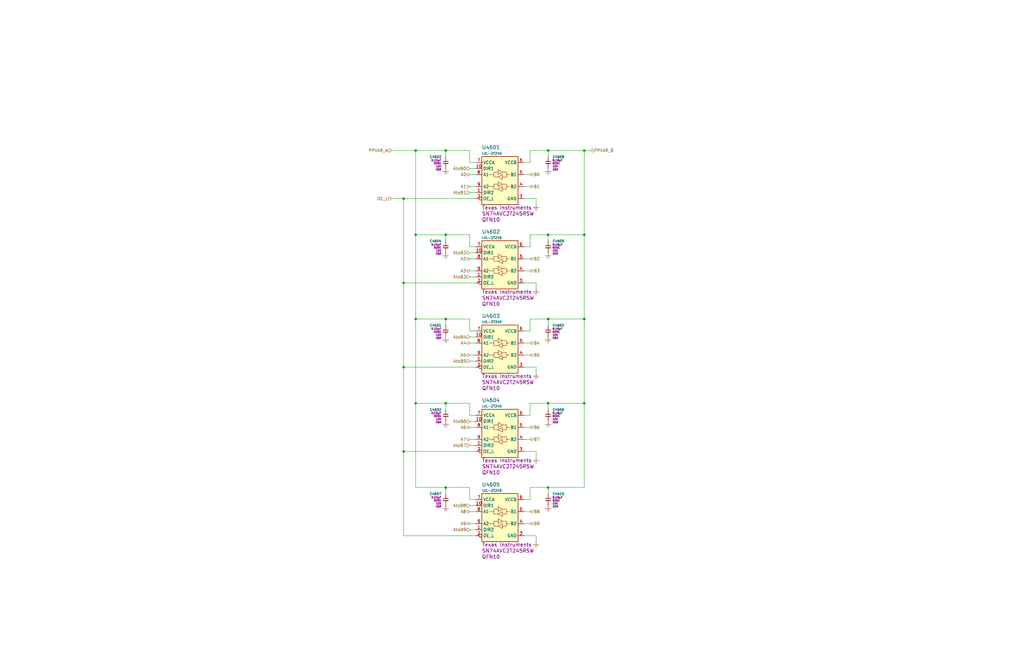
<source format=kicad_sch>
(kicad_sch (version 20231120) (generator "eeschema") (generator_version "8.0")
  (paper "B")
  (title_block (title "${PROJ}") (rev "${REV}") (company "${RPN}") (comment 1 "LVL Shifter"))
  (lib_symbols
    (symbol "Capacitors, ceramic, Murata:CCM-610AA" (pin_numbers hide) (pin_names (offset 0) hide)
      (property "Reference" "C" (at 1.27 2.54 0))
      (property "val" "0.10µF" (at 1.27 1.27 0))
      (property "pkg" "0201" (at 1.27 0 0))
      (property "volt" "10V" (at 1.27 -1.27 0))
      (property "type" "X5R" (at 1.27 -2.54 0))
      (symbol "CCM-610AA_1_1"
        (polyline (pts (xy -1.016 -0.423) (xy 1.016 -0.423)) (stroke (width 0.3302)))
        (polyline (pts (xy -1.016 0.423) (xy 1.016 0.423)) (stroke (width 0.3048)))
        (pin passive line (at 0 2.54 270) (length 2.032) (name "~") (number "1"))
        (pin passive line (at 0 -2.54 90) (length 2.032) (name "~") (number "2"))
      )
    )
    (symbol "Power:GND" (power) (pin_names (offset 0)) (in_bom no) (on_board no)
      (symbol "GND_0_1"
        (polyline (pts (xy -0.635 -1.905) (xy 0.635 -1.905)))
        (polyline (pts (xy -0.127 -2.54) (xy 0.127 -2.54)))
        (polyline (pts (xy 0 -1.27) (xy 0 0)))
        (polyline (pts (xy 1.27 -1.27) (xy -1.27 -1.27)))
      )
      (symbol "GND_1_1"
        (pin power_in line (at 0 0 270) (length 0) hide (name "GND") (number "1"))
      )
    )
    (symbol "Translation:LVL-2T245"
      (property "Reference" "U" (at -7.62 10.16 0))
      (property "Value" "LVL-2T245" (at 7.62 10.16 0))
      (property "mfr" "Texas Instruments" (at -7.62 -10.16 0))
      (property "mpn" "SN74AVC2T245RSW" (at -7.62 -12.7 0))
      (property "pkg" "QFN10" (at -7.62 -15.24 0))
      (symbol "LVL-2T245_0_1"
        (rectangle (start -7.62 10.16) (end 7.62 -10.16) (stroke (width 0.254)) (fill (type background)))
        (polyline (pts (xy -2.54 2.54) (xy -2.54 3.556) (xy -0.762 3.556)))
        (polyline (pts (xy 2.794 2.54) (xy 2.794 1.524) (xy 1.016 1.524)))
        (polyline (pts (xy -0.762 1.524) (xy -2.54 1.524) (xy -2.54 2.54) (xy -4.572 2.54)))
        (polyline (pts (xy -0.762 2.54) (xy -0.762 4.572) (xy 1.016 3.556) (xy -0.762 2.54)))
        (polyline (pts (xy 1.016 3.556) (xy 2.794 3.556) (xy 2.794 2.54) (xy 4.064 2.54)))
        (polyline (pts (xy 1.016 2.54) (xy 1.016 0.762) (xy 1.016 0.508) (xy -0.762 1.524) (xy 1.016 2.54)))
      )
      (symbol "LVL-2T245_1_1"
        (polyline (pts (xy -2.54 -2.54) (xy -2.54 -1.524) (xy -0.762 -1.524)))
        (polyline (pts (xy 2.794 -2.54) (xy 2.794 -3.556) (xy 1.016 -3.556)))
        (polyline (pts (xy -0.762 -3.556) (xy -2.54 -3.556) (xy -2.54 -2.54) (xy -4.572 -2.54)))
        (polyline (pts (xy -0.762 -2.54) (xy -0.762 -0.508) (xy 1.016 -1.524) (xy -0.762 -2.54)))
        (polyline (pts (xy 1.016 -1.524) (xy 2.794 -1.524) (xy 2.794 -2.54) (xy 4.064 -2.54)))
        (polyline (pts (xy 1.016 -2.54) (xy 1.016 -4.318) (xy 1.016 -4.572) (xy -0.762 -3.556) (xy 1.016 -2.54)))
        (pin input line (at -10.16 -5.08 0) (length 2.54) (name "DIR2") (number "1"))
        (pin input line (at -10.16 5.08 0) (length 2.54) (name "DIR1") (number "10"))
        (pin input inverted (at -10.16 -7.62 0) (length 2.54) (name "OE_L") (number "2"))
        (pin power_in line (at 10.16 -7.62 180) (length 2.54) (name "GND") (number "3"))
        (pin bidirectional line (at 10.16 -2.54 180) (length 2.54) (name "B2") (number "4"))
        (pin bidirectional line (at 10.16 2.54 180) (length 2.54) (name "B1") (number "5"))
        (pin power_in line (at 10.16 7.62 180) (length 2.54) (name "VCCB") (number "6"))
        (pin power_in line (at -10.16 7.62 0) (length 2.54) (name "VCCA") (number "7"))
        (pin bidirectional line (at -10.16 2.54 0) (length 2.54) (name "A1") (number "8"))
        (pin bidirectional line (at -10.16 -2.54 0) (length 2.54) (name "A2") (number "9"))
      )
    )
  )
  (junction (at 175.26 170.18))
  (junction (at 187.96 99.06))
  (junction (at 175.26 134.62))
  (junction (at 170.18 83.82))
  (junction (at 246.38 63.5))
  (junction (at 231.14 63.5))
  (junction (at 231.14 170.18))
  (junction (at 187.96 134.62))
  (junction (at 170.18 154.94))
  (junction (at 175.26 63.5))
  (junction (at 246.38 170.18))
  (junction (at 231.14 205.74))
  (junction (at 170.18 190.5))
  (junction (at 170.18 119.38))
  (junction (at 246.38 134.62))
  (junction (at 187.96 205.74))
  (junction (at 246.38 99.06))
  (junction (at 231.14 134.62))
  (junction (at 187.96 170.18))
  (junction (at 175.26 99.06))
  (junction (at 231.14 99.06))
  (junction (at 187.96 63.5))
  (wire (pts (xy 200.66 175.26) (xy 198.12 175.26)))
  (wire (pts (xy 187.96 205.74) (xy 187.96 208.28)))
  (wire (pts (xy 231.14 170.18) (xy 246.38 170.18)))
  (wire (pts (xy 223.52 63.5) (xy 223.52 68.58)))
  (wire (pts (xy 198.12 104.14) (xy 198.12 99.06)))
  (wire (pts (xy 200.66 139.7) (xy 198.12 139.7)))
  (wire (pts (xy 175.26 134.62) (xy 175.26 170.18)))
  (wire (pts (xy 231.14 99.06) (xy 246.38 99.06)))
  (wire (pts (xy 170.18 83.82) (xy 200.66 83.82)))
  (wire (pts (xy 223.52 134.62) (xy 223.52 139.7)))
  (wire (pts (xy 226.06 119.38) (xy 226.06 121.92)))
  (wire (pts (xy 198.12 210.82) (xy 198.12 205.74)))
  (wire (pts (xy 231.14 134.62) (xy 246.38 134.62)))
  (wire (pts (xy 187.96 170.18) (xy 198.12 170.18)))
  (wire (pts (xy 187.96 134.62) (xy 187.96 137.16)))
  (wire (pts (xy 220.98 215.9) (xy 223.52 215.9)))
  (wire (pts (xy 231.14 170.18) (xy 231.14 172.72)))
  (wire (pts (xy 175.26 99.06) (xy 187.96 99.06)))
  (wire (pts (xy 187.96 205.74) (xy 198.12 205.74)))
  (wire (pts (xy 231.14 205.74) (xy 231.14 208.28)))
  (wire (pts (xy 187.96 99.06) (xy 187.96 101.6)))
  (wire (pts (xy 231.14 205.74) (xy 246.38 205.74)))
  (wire (pts (xy 187.96 63.5) (xy 198.12 63.5)))
  (wire (pts (xy 175.26 99.06) (xy 175.26 134.62)))
  (wire (pts (xy 220.98 180.34) (xy 223.52 180.34)))
  (wire (pts (xy 200.66 68.58) (xy 198.12 68.58)))
  (wire (pts (xy 170.18 119.38) (xy 170.18 154.94)))
  (wire (pts (xy 226.06 226.06) (xy 226.06 228.6)))
  (wire (pts (xy 226.06 190.5) (xy 226.06 193.04)))
  (wire (pts (xy 231.14 99.06) (xy 231.14 101.6)))
  (wire (pts (xy 220.98 149.86) (xy 223.52 149.86)))
  (wire (pts (xy 200.66 152.4) (xy 198.12 152.4)))
  (wire (pts (xy 226.06 157.48) (xy 226.06 154.94)))
  (wire (pts (xy 170.18 154.94) (xy 200.66 154.94)))
  (wire (pts (xy 198.12 114.3) (xy 200.66 114.3)))
  (wire (pts (xy 220.98 104.14) (xy 223.52 104.14)))
  (wire (pts (xy 200.66 78.74) (xy 198.12 78.74)))
  (wire (pts (xy 170.18 226.06) (xy 200.66 226.06)))
  (wire (pts (xy 198.12 109.22) (xy 200.66 109.22)))
  (wire (pts (xy 220.98 190.5) (xy 226.06 190.5)))
  (wire (pts (xy 170.18 119.38) (xy 200.66 119.38)))
  (wire (pts (xy 223.52 170.18) (xy 231.14 170.18)))
  (wire (pts (xy 220.98 144.78) (xy 223.52 144.78)))
  (wire (pts (xy 175.26 170.18) (xy 175.26 205.74)))
  (wire (pts (xy 200.66 144.78) (xy 198.12 144.78)))
  (wire (pts (xy 226.06 83.82) (xy 220.98 83.82)))
  (wire (pts (xy 187.96 99.06) (xy 198.12 99.06)))
  (wire (pts (xy 223.52 139.7) (xy 220.98 139.7)))
  (wire (pts (xy 200.66 210.82) (xy 198.12 210.82)))
  (wire (pts (xy 223.52 68.58) (xy 220.98 68.58)))
  (wire (pts (xy 198.12 223.52) (xy 200.66 223.52)))
  (wire (pts (xy 198.12 106.68) (xy 200.66 106.68)))
  (wire (pts (xy 200.66 71.12) (xy 198.12 71.12)))
  (wire (pts (xy 198.12 180.34) (xy 200.66 180.34)))
  (wire (pts (xy 226.06 86.36) (xy 226.06 83.82)))
  (wire (pts (xy 165.1 63.5) (xy 175.26 63.5)))
  (wire (pts (xy 220.98 220.98) (xy 223.52 220.98)))
  (wire (pts (xy 220.98 114.3) (xy 223.52 114.3)))
  (wire (pts (xy 170.18 190.5) (xy 200.66 190.5)))
  (wire (pts (xy 175.26 63.5) (xy 175.26 99.06)))
  (wire (pts (xy 200.66 104.14) (xy 198.12 104.14)))
  (wire (pts (xy 175.26 170.18) (xy 187.96 170.18)))
  (wire (pts (xy 246.38 63.5) (xy 248.92 63.5)))
  (wire (pts (xy 198.12 185.42) (xy 200.66 185.42)))
  (wire (pts (xy 187.96 63.5) (xy 187.96 66.04)))
  (wire (pts (xy 246.38 63.5) (xy 246.38 99.06)))
  (wire (pts (xy 220.98 185.42) (xy 223.52 185.42)))
  (wire (pts (xy 246.38 99.06) (xy 246.38 134.62)))
  (wire (pts (xy 198.12 215.9) (xy 200.66 215.9)))
  (wire (pts (xy 200.66 142.24) (xy 198.12 142.24)))
  (wire (pts (xy 220.98 226.06) (xy 226.06 226.06)))
  (wire (pts (xy 198.12 116.84) (xy 200.66 116.84)))
  (wire (pts (xy 187.96 170.18) (xy 187.96 172.72)))
  (wire (pts (xy 200.66 149.86) (xy 198.12 149.86)))
  (wire (pts (xy 223.52 205.74) (xy 231.14 205.74)))
  (wire (pts (xy 223.52 99.06) (xy 223.52 104.14)))
  (wire (pts (xy 198.12 187.96) (xy 200.66 187.96)))
  (wire (pts (xy 246.38 134.62) (xy 246.38 170.18)))
  (wire (pts (xy 198.12 177.8) (xy 200.66 177.8)))
  (wire (pts (xy 187.96 134.62) (xy 198.12 134.62)))
  (wire (pts (xy 223.52 205.74) (xy 223.52 210.82)))
  (wire (pts (xy 223.52 134.62) (xy 231.14 134.62)))
  (wire (pts (xy 231.14 134.62) (xy 231.14 137.16)))
  (wire (pts (xy 200.66 73.66) (xy 198.12 73.66)))
  (wire (pts (xy 165.1 83.82) (xy 170.18 83.82)))
  (wire (pts (xy 231.14 63.5) (xy 246.38 63.5)))
  (wire (pts (xy 198.12 68.58) (xy 198.12 63.5)))
  (wire (pts (xy 220.98 210.82) (xy 223.52 210.82)))
  (wire (pts (xy 220.98 78.74) (xy 223.52 78.74)))
  (wire (pts (xy 231.14 63.5) (xy 231.14 66.04)))
  (wire (pts (xy 223.52 63.5) (xy 231.14 63.5)))
  (wire (pts (xy 198.12 175.26) (xy 198.12 170.18)))
  (wire (pts (xy 170.18 190.5) (xy 170.18 226.06)))
  (wire (pts (xy 246.38 170.18) (xy 246.38 205.74)))
  (wire (pts (xy 175.26 134.62) (xy 187.96 134.62)))
  (wire (pts (xy 220.98 175.26) (xy 223.52 175.26)))
  (wire (pts (xy 220.98 109.22) (xy 223.52 109.22)))
  (wire (pts (xy 226.06 154.94) (xy 220.98 154.94)))
  (wire (pts (xy 170.18 83.82) (xy 170.18 119.38)))
  (wire (pts (xy 198.12 220.98) (xy 200.66 220.98)))
  (wire (pts (xy 175.26 63.5) (xy 187.96 63.5)))
  (wire (pts (xy 223.52 99.06) (xy 231.14 99.06)))
  (wire (pts (xy 198.12 139.7) (xy 198.12 134.62)))
  (wire (pts (xy 200.66 81.28) (xy 198.12 81.28)))
  (wire (pts (xy 220.98 119.38) (xy 226.06 119.38)))
  (wire (pts (xy 170.18 154.94) (xy 170.18 190.5)))
  (wire (pts (xy 223.52 170.18) (xy 223.52 175.26)))
  (wire (pts (xy 175.26 205.74) (xy 187.96 205.74)))
  (wire (pts (xy 220.98 73.66) (xy 223.52 73.66)))
  (wire (pts (xy 198.12 213.36) (xy 200.66 213.36)))
  (hierarchical_label "A3" (shape bidirectional) (at 198.12 114.3 180))
  (hierarchical_label "AtoB0" (shape input) (at 198.12 71.12 180))
  (hierarchical_label "AtoB3" (shape input) (at 198.12 116.84 180))
  (hierarchical_label "A0" (shape bidirectional) (at 198.12 73.66 180))
  (hierarchical_label "AtoB1" (shape input) (at 198.12 81.28 180))
  (hierarchical_label "B0" (shape bidirectional) (at 223.52 73.66 0))
  (hierarchical_label "PPVAR_B" (shape input) (at 248.92 63.5 0))
  (hierarchical_label "PPVAR_A" (shape input) (at 165.1 63.5 180))
  (hierarchical_label "B7" (shape bidirectional) (at 223.52 185.42 0))
  (hierarchical_label "B8" (shape bidirectional) (at 223.52 215.9 0))
  (hierarchical_label "AtoB4" (shape input) (at 198.12 142.24 180))
  (hierarchical_label "AtoB5" (shape input) (at 198.12 152.4 180))
  (hierarchical_label "B1" (shape bidirectional) (at 223.52 78.74 0))
  (hierarchical_label "B6" (shape bidirectional) (at 223.52 180.34 0))
  (hierarchical_label "AtoB2" (shape input) (at 198.12 106.68 180))
  (hierarchical_label "AtoB9" (shape input) (at 198.12 223.52 180))
  (hierarchical_label "B5" (shape bidirectional) (at 223.52 149.86 0))
  (hierarchical_label "OE_L" (shape input) (at 165.1 83.82 180))
  (hierarchical_label "A8" (shape bidirectional) (at 198.12 215.9 180))
  (hierarchical_label "A6" (shape bidirectional) (at 198.12 180.34 180))
  (hierarchical_label "A4" (shape bidirectional) (at 198.12 144.78 180))
  (hierarchical_label "A7" (shape bidirectional) (at 198.12 185.42 180))
  (hierarchical_label "A9" (shape bidirectional) (at 198.12 220.98 180))
  (hierarchical_label "B9" (shape bidirectional) (at 223.52 220.98 0))
  (hierarchical_label "A5" (shape bidirectional) (at 198.12 149.86 180))
  (hierarchical_label "B4" (shape bidirectional) (at 223.52 144.78 0))
  (hierarchical_label "B2" (shape bidirectional) (at 223.52 109.22 0))
  (hierarchical_label "B3" (shape bidirectional) (at 223.52 114.3 0))
  (hierarchical_label "A2" (shape bidirectional) (at 198.12 109.22 180))
  (hierarchical_label "AtoB6" (shape input) (at 198.12 177.8 180))
  (hierarchical_label "AtoB7" (shape input) (at 198.12 187.96 180))
  (hierarchical_label "A1" (shape bidirectional) (at 198.12 78.74 180))
  (hierarchical_label "AtoB8" (shape input) (at 198.12 213.36 180))
  (symbol (lib_id "Power:GND") (at 226.06 121.92 0) (unit 1) (in_bom no) (on_board no)
    (property "Reference" "#PWR04619" (effects (hide yes)))
    (property "Value" "GND" (effects (hide yes)))
    (property "Description" "Power symbol creates a global label with name \"GND\"" (effects (hide yes)))
  )
  (symbol (lib_id "Power:GND") (at 231.14 71.12 0) (unit 1) (in_bom no) (on_board no)
    (property "Reference" "#PWR04623" (effects (hide yes)))
    (property "Value" "GND" (effects (hide yes)))
    (property "Description" "Power symbol creates a global label with name \"GND\"" (effects (hide yes)))
  )
  (symbol (lib_id "Capacitors, ceramic, Murata:CCM-610AA") (at 187.96 139.7 0) (unit 1)
    (property "Reference" "C4601" (at 186.1439 137.2978 0) (effects (font (size 1 1)) (justify right)))
    (property "Value" "CCM-610AA" (effects (hide yes)))
    (property "Description" "CAP, ceramic, 0.10µF, 0201, 10V, ±20%, X5R, 0.33 mm" (effects (hide yes)))
    (property "val" "0.10µF" (at 186.1439 138.7331 0) (effects (font (size 0.8 0.8)) (justify right)))
    (property "pkg" "0201" (at 186.1439 140.0371 0) (effects (font (size 0.8 0.8)) (justify right)))
    (property "mfr" "Murata" (effects (hide yes)))
    (property "volt" "10V" (at 186.1439 141.3411 0) (effects (font (size 0.8 0.8)) (justify right)))
    (property "Sim.Pins" "1=+ 2=-" (effects (hide yes)))
    (property "Sim.Device" "C" (effects (hide yes)))
    (property "type" "X5R" (at 186.1439 142.6451 0) (effects (font (size 0.8 0.8)) (justify right)))
    (property "Sim.Params" "c=${val}" (effects (hide yes)))
    (property "tol" "±20%" (effects (hide yes)))
    (property "height" "0.33mm" (effects (hide yes)))
    (property "mpn" "GRM033R61A104ME15" (effects (hide yes)))
  )
  (symbol (lib_id "Translation:LVL-2T245") (at 210.82 218.44 0) (unit 1)
    (property "Reference" "U4605" (at 203.2 204.47 0) (effects (font (size 1.524 1.524)) (justify left)))
    (property "Value" "LVL-2T245" (at 203.2 207.01 0) (effects (font (size 1 1)) (justify left)))
    (property "Datasheet" "https://www.ti.com/lit/ds/symlink/sn74avc2t245.pdf" (effects (hide yes)))
    (property "Description" "IC, level shifter, 2-bit, 1.2V-3.6V, 240 Mbps, dir, QFN10" (effects (hide yes)))
    (property "Sim.Library" "${RIVOS_SPICE_DIR}/SN74AVCxTx45.lib" (effects (hide yes)))
    (property "Sim.Pins" "1=DIR2 2=OE_L 3=GND 4=B2 5=B1 6=VCCB 7=VCCA 8=A1 9=A2 10=DIR1" (effects (hide yes)))
    (property "Sim.Name" "SN74AVC2T245" (effects (hide yes)))
    (property "Datasheet2" "https://assets.nexperia.com/documents/data-sheet/74AVC2T245.pdf" (effects (hide yes)))
    (property "mfr" "Texas Instruments" (at 203.2 229.87 0) (effects (font (size 1.524 1.524)) (justify left)))
    (property "mpn" "SN74AVC2T245RSW" (at 203.2 232.41 0) (effects (font (size 1.524 1.524)) (justify left)))
    (property "mfr2" "Nexperia" (effects (hide yes)))
    (property "mpn2" "74AVC2T245GU" (effects (hide yes)))
    (property "pkg" "QFN10" (at 203.2 234.95 0) (effects (font (size 1.524 1.524)) (justify left)))
    (property "height" "0.55mm" (effects (hide yes)))
    (property "func_lvl" ".*1;.*2" (effects (hide yes)))
  )
  (symbol (lib_id "Power:GND") (at 187.96 142.24 0) (unit 1) (in_bom no) (on_board no)
    (property "Reference" "#PWR04601" (effects (hide yes)))
    (property "Value" "GND" (effects (hide yes)))
    (property "Description" "Power symbol creates a global label with name \"GND\"" (effects (hide yes)))
  )
  (symbol (lib_id "Capacitors, ceramic, Murata:CCM-610AA") (at 187.96 210.82 0) (unit 1)
    (property "Reference" "C4607" (at 186.1439 208.4178 0) (effects (font (size 1 1)) (justify right)))
    (property "Value" "CCM-610AA" (effects (hide yes)))
    (property "Description" "CAP, ceramic, 0.10µF, 0201, 10V, ±20%, X5R, 0.33 mm" (effects (hide yes)))
    (property "val" "0.10µF" (at 186.1439 209.8531 0) (effects (font (size 0.8 0.8)) (justify right)))
    (property "pkg" "0201" (at 186.1439 211.1571 0) (effects (font (size 0.8 0.8)) (justify right)))
    (property "mfr" "Murata" (effects (hide yes)))
    (property "volt" "10V" (at 186.1439 212.4611 0) (effects (font (size 0.8 0.8)) (justify right)))
    (property "Sim.Pins" "1=+ 2=-" (effects (hide yes)))
    (property "Sim.Device" "C" (effects (hide yes)))
    (property "type" "X5R" (at 186.1439 213.7651 0) (effects (font (size 0.8 0.8)) (justify right)))
    (property "Sim.Params" "c=${val}" (effects (hide yes)))
    (property "tol" "±20%" (effects (hide yes)))
    (property "height" "0.33mm" (effects (hide yes)))
    (property "mpn" "GRM033R61A104ME15" (effects (hide yes)))
  )
  (symbol (lib_id "Power:GND") (at 187.96 106.68 0) (unit 1) (in_bom no) (on_board no)
    (property "Reference" "#PWR04614" (effects (hide yes)))
    (property "Value" "GND" (effects (hide yes)))
    (property "Description" "Power symbol creates a global label with name \"GND\"" (effects (hide yes)))
  )
  (symbol (lib_id "Power:GND") (at 226.06 228.6 0) (unit 1) (in_bom no) (on_board no)
    (property "Reference" "#PWR04608" (effects (hide yes)))
    (property "Value" "GND" (effects (hide yes)))
    (property "Description" "Power symbol creates a global label with name \"GND\"" (effects (hide yes)))
  )
  (symbol (lib_id "Power:GND") (at 231.14 142.24 0) (unit 1) (in_bom no) (on_board no)
    (property "Reference" "#PWR04605" (effects (hide yes)))
    (property "Value" "GND" (effects (hide yes)))
    (property "Description" "Power symbol creates a global label with name \"GND\"" (effects (hide yes)))
  )
  (symbol (lib_id "Translation:LVL-2T245") (at 210.82 111.76 0) (unit 1)
    (property "Reference" "U4602" (at 203.2 97.79 0) (effects (font (size 1.524 1.524)) (justify left)))
    (property "Value" "LVL-2T245" (at 203.2 100.33 0) (effects (font (size 1 1)) (justify left)))
    (property "Datasheet" "https://www.ti.com/lit/ds/symlink/sn74avc2t245.pdf" (effects (hide yes)))
    (property "Description" "IC, level shifter, 2-bit, 1.2V-3.6V, 240 Mbps, dir, QFN10" (effects (hide yes)))
    (property "Sim.Library" "${RIVOS_SPICE_DIR}/SN74AVCxTx45.lib" (effects (hide yes)))
    (property "Sim.Pins" "1=DIR2 2=OE_L 3=GND 4=B2 5=B1 6=VCCB 7=VCCA 8=A1 9=A2 10=DIR1" (effects (hide yes)))
    (property "Sim.Name" "SN74AVC2T245" (effects (hide yes)))
    (property "Datasheet2" "https://assets.nexperia.com/documents/data-sheet/74AVC2T245.pdf" (effects (hide yes)))
    (property "mfr" "Texas Instruments" (at 203.2 123.19 0) (effects (font (size 1.524 1.524)) (justify left)))
    (property "mpn" "SN74AVC2T245RSW" (at 203.2 125.73 0) (effects (font (size 1.524 1.524)) (justify left)))
    (property "mfr2" "Nexperia" (effects (hide yes)))
    (property "mpn2" "74AVC2T245GU" (effects (hide yes)))
    (property "pkg" "QFN10" (at 203.2 128.27 0) (effects (font (size 1.524 1.524)) (justify left)))
    (property "height" "0.55mm" (effects (hide yes)))
    (property "func_lvl" ".*1;.*2" (effects (hide yes)))
  )
  (symbol (lib_id "Translation:LVL-2T245") (at 210.82 182.88 0) (unit 1)
    (property "Reference" "U4604" (at 203.2 168.91 0) (effects (font (size 1.524 1.524)) (justify left)))
    (property "Value" "LVL-2T245" (at 203.2 171.45 0) (effects (font (size 1 1)) (justify left)))
    (property "Datasheet" "https://www.ti.com/lit/ds/symlink/sn74avc2t245.pdf" (effects (hide yes)))
    (property "Description" "IC, level shifter, 2-bit, 1.2V-3.6V, 240 Mbps, dir, QFN10" (effects (hide yes)))
    (property "Sim.Library" "${RIVOS_SPICE_DIR}/SN74AVCxTx45.lib" (effects (hide yes)))
    (property "Sim.Pins" "1=DIR2 2=OE_L 3=GND 4=B2 5=B1 6=VCCB 7=VCCA 8=A1 9=A2 10=DIR1" (effects (hide yes)))
    (property "Sim.Name" "SN74AVC2T245" (effects (hide yes)))
    (property "Datasheet2" "https://assets.nexperia.com/documents/data-sheet/74AVC2T245.pdf" (effects (hide yes)))
    (property "mfr" "Texas Instruments" (at 203.2 194.31 0) (effects (font (size 1.524 1.524)) (justify left)))
    (property "mpn" "SN74AVC2T245RSW" (at 203.2 196.85 0) (effects (font (size 1.524 1.524)) (justify left)))
    (property "mfr2" "Nexperia" (effects (hide yes)))
    (property "mpn2" "74AVC2T245GU" (effects (hide yes)))
    (property "pkg" "QFN10" (at 203.2 199.39 0) (effects (font (size 1.524 1.524)) (justify left)))
    (property "height" "0.55mm" (effects (hide yes)))
    (property "func_lvl" ".*1;.*2" (effects (hide yes)))
  )
  (symbol (lib_id "Capacitors, ceramic, Murata:CCM-610AA") (at 187.96 68.58 0) (unit 1)
    (property "Reference" "C4603" (at 186.1439 66.1778 0) (effects (font (size 1 1)) (justify right)))
    (property "Value" "CCM-610AA" (effects (hide yes)))
    (property "Description" "CAP, ceramic, 0.10µF, 0201, 10V, ±20%, X5R, 0.33 mm" (effects (hide yes)))
    (property "val" "0.10µF" (at 186.1439 67.6131 0) (effects (font (size 0.8 0.8)) (justify right)))
    (property "pkg" "0201" (at 186.1439 68.9171 0) (effects (font (size 0.8 0.8)) (justify right)))
    (property "mfr" "Murata" (effects (hide yes)))
    (property "volt" "10V" (at 186.1439 70.2211 0) (effects (font (size 0.8 0.8)) (justify right)))
    (property "Sim.Pins" "1=+ 2=-" (effects (hide yes)))
    (property "Sim.Device" "C" (effects (hide yes)))
    (property "type" "X5R" (at 186.1439 71.5251 0) (effects (font (size 0.8 0.8)) (justify right)))
    (property "Sim.Params" "c=${val}" (effects (hide yes)))
    (property "tol" "±20%" (effects (hide yes)))
    (property "height" "0.33mm" (effects (hide yes)))
    (property "mpn" "GRM033R61A104ME15" (effects (hide yes)))
  )
  (symbol (lib_id "Power:GND") (at 231.14 213.36 0) (unit 1) (in_bom no) (on_board no)
    (property "Reference" "#PWR04609" (effects (hide yes)))
    (property "Value" "GND" (effects (hide yes)))
    (property "Description" "Power symbol creates a global label with name \"GND\"" (effects (hide yes)))
  )
  (symbol (lib_id "Power:GND") (at 187.96 177.8 0) (unit 1) (in_bom no) (on_board no)
    (property "Reference" "#PWR04602" (effects (hide yes)))
    (property "Value" "GND" (effects (hide yes)))
    (property "Description" "Power symbol creates a global label with name \"GND\"" (effects (hide yes)))
  )
  (symbol (lib_id "Power:GND") (at 231.14 177.8 0) (unit 1) (in_bom no) (on_board no)
    (property "Reference" "#PWR04606" (effects (hide yes)))
    (property "Value" "GND" (effects (hide yes)))
    (property "Description" "Power symbol creates a global label with name \"GND\"" (effects (hide yes)))
  )
  (symbol (lib_id "Power:GND") (at 231.14 106.68 0) (unit 1) (in_bom no) (on_board no)
    (property "Reference" "#PWR04624" (effects (hide yes)))
    (property "Value" "GND" (effects (hide yes)))
    (property "Description" "Power symbol creates a global label with name \"GND\"" (effects (hide yes)))
  )
  (symbol (lib_id "Power:GND") (at 226.06 86.36 0) (unit 1) (in_bom no) (on_board no)
    (property "Reference" "#PWR04618" (effects (hide yes)))
    (property "Value" "GND" (effects (hide yes)))
    (property "Description" "Power symbol creates a global label with name \"GND\"" (effects (hide yes)))
  )
  (symbol (lib_id "Capacitors, ceramic, Murata:CCM-610AA") (at 231.14 139.7 0) (mirror y) (unit 1)
    (property "Reference" "C4605" (at 232.9561 137.2978 0) (effects (font (size 1 1)) (justify right)))
    (property "Value" "CCM-610AA" (effects (hide yes)))
    (property "Description" "CAP, ceramic, 0.10µF, 0201, 10V, ±20%, X5R, 0.33 mm" (effects (hide yes)))
    (property "val" "0.10µF" (at 232.9561 138.7331 0) (effects (font (size 0.8 0.8)) (justify right)))
    (property "pkg" "0201" (at 232.9561 140.0371 0) (effects (font (size 0.8 0.8)) (justify right)))
    (property "mfr" "Murata" (effects (hide yes)))
    (property "volt" "10V" (at 232.9561 141.3411 0) (effects (font (size 0.8 0.8)) (justify right)))
    (property "Sim.Pins" "1=+ 2=-" (effects (hide yes)))
    (property "Sim.Device" "C" (effects (hide yes)))
    (property "type" "X5R" (at 232.9561 142.6451 0) (effects (font (size 0.8 0.8)) (justify right)))
    (property "Sim.Params" "c=${val}" (effects (hide yes)))
    (property "tol" "±20%" (effects (hide yes)))
    (property "height" "0.33mm" (effects (hide yes)))
    (property "mpn" "GRM033R61A104ME15" (effects (hide yes)))
  )
  (symbol (lib_id "Capacitors, ceramic, Murata:CCM-610AA") (at 187.96 104.14 0) (unit 1)
    (property "Reference" "C4604" (at 186.1439 101.7378 0) (effects (font (size 1 1)) (justify right)))
    (property "Value" "CCM-610AA" (effects (hide yes)))
    (property "Description" "CAP, ceramic, 0.10µF, 0201, 10V, ±20%, X5R, 0.33 mm" (effects (hide yes)))
    (property "val" "0.10µF" (at 186.1439 103.1731 0) (effects (font (size 0.8 0.8)) (justify right)))
    (property "pkg" "0201" (at 186.1439 104.4771 0) (effects (font (size 0.8 0.8)) (justify right)))
    (property "mfr" "Murata" (effects (hide yes)))
    (property "volt" "10V" (at 186.1439 105.7811 0) (effects (font (size 0.8 0.8)) (justify right)))
    (property "Sim.Pins" "1=+ 2=-" (effects (hide yes)))
    (property "Sim.Device" "C" (effects (hide yes)))
    (property "type" "X5R" (at 186.1439 107.0851 0) (effects (font (size 0.8 0.8)) (justify right)))
    (property "Sim.Params" "c=${val}" (effects (hide yes)))
    (property "tol" "±20%" (effects (hide yes)))
    (property "height" "0.33mm" (effects (hide yes)))
    (property "mpn" "GRM033R61A104ME15" (effects (hide yes)))
  )
  (symbol (lib_id "Power:GND") (at 187.96 213.36 0) (unit 1) (in_bom no) (on_board no)
    (property "Reference" "#PWR04607" (effects (hide yes)))
    (property "Value" "GND" (effects (hide yes)))
    (property "Description" "Power symbol creates a global label with name \"GND\"" (effects (hide yes)))
  )
  (symbol (lib_id "Capacitors, ceramic, Murata:CCM-610AA") (at 187.96 175.26 0) (unit 1)
    (property "Reference" "C4602" (at 186.1439 172.8578 0) (effects (font (size 1 1)) (justify right)))
    (property "Value" "CCM-610AA" (effects (hide yes)))
    (property "Description" "CAP, ceramic, 0.10µF, 0201, 10V, ±20%, X5R, 0.33 mm" (effects (hide yes)))
    (property "val" "0.10µF" (at 186.1439 174.2931 0) (effects (font (size 0.8 0.8)) (justify right)))
    (property "pkg" "0201" (at 186.1439 175.5971 0) (effects (font (size 0.8 0.8)) (justify right)))
    (property "mfr" "Murata" (effects (hide yes)))
    (property "volt" "10V" (at 186.1439 176.9011 0) (effects (font (size 0.8 0.8)) (justify right)))
    (property "Sim.Pins" "1=+ 2=-" (effects (hide yes)))
    (property "Sim.Device" "C" (effects (hide yes)))
    (property "type" "X5R" (at 186.1439 178.2051 0) (effects (font (size 0.8 0.8)) (justify right)))
    (property "Sim.Params" "c=${val}" (effects (hide yes)))
    (property "tol" "±20%" (effects (hide yes)))
    (property "height" "0.33mm" (effects (hide yes)))
    (property "mpn" "GRM033R61A104ME15" (effects (hide yes)))
  )
  (symbol (lib_id "Capacitors, ceramic, Murata:CCM-610AA") (at 231.14 68.58 0) (mirror y) (unit 1)
    (property "Reference" "C4608" (at 232.9561 66.1778 0) (effects (font (size 1 1)) (justify right)))
    (property "Value" "CCM-610AA" (effects (hide yes)))
    (property "Description" "CAP, ceramic, 0.10µF, 0201, 10V, ±20%, X5R, 0.33 mm" (effects (hide yes)))
    (property "val" "0.10µF" (at 232.9561 67.6131 0) (effects (font (size 0.8 0.8)) (justify right)))
    (property "pkg" "0201" (at 232.9561 68.9171 0) (effects (font (size 0.8 0.8)) (justify right)))
    (property "mfr" "Murata" (effects (hide yes)))
    (property "volt" "10V" (at 232.9561 70.2211 0) (effects (font (size 0.8 0.8)) (justify right)))
    (property "Sim.Pins" "1=+ 2=-" (effects (hide yes)))
    (property "Sim.Device" "C" (effects (hide yes)))
    (property "type" "X5R" (at 232.9561 71.5251 0) (effects (font (size 0.8 0.8)) (justify right)))
    (property "Sim.Params" "c=${val}" (effects (hide yes)))
    (property "tol" "±20%" (effects (hide yes)))
    (property "height" "0.33mm" (effects (hide yes)))
    (property "mpn" "GRM033R61A104ME15" (effects (hide yes)))
  )
  (symbol (lib_id "Translation:LVL-2T245") (at 210.82 147.32 0) (unit 1)
    (property "Reference" "U4603" (at 203.2 133.35 0) (effects (font (size 1.524 1.524)) (justify left)))
    (property "Value" "LVL-2T245" (at 203.2 135.89 0) (effects (font (size 1 1)) (justify left)))
    (property "Datasheet" "https://www.ti.com/lit/ds/symlink/sn74avc2t245.pdf" (effects (hide yes)))
    (property "Description" "IC, level shifter, 2-bit, 1.2V-3.6V, 240 Mbps, dir, QFN10" (effects (hide yes)))
    (property "Sim.Library" "${RIVOS_SPICE_DIR}/SN74AVCxTx45.lib" (effects (hide yes)))
    (property "Sim.Pins" "1=DIR2 2=OE_L 3=GND 4=B2 5=B1 6=VCCB 7=VCCA 8=A1 9=A2 10=DIR1" (effects (hide yes)))
    (property "Sim.Name" "SN74AVC2T245" (effects (hide yes)))
    (property "Datasheet2" "https://assets.nexperia.com/documents/data-sheet/74AVC2T245.pdf" (effects (hide yes)))
    (property "mfr" "Texas Instruments" (at 203.2 158.75 0) (effects (font (size 1.524 1.524)) (justify left)))
    (property "mpn" "SN74AVC2T245RSW" (at 203.2 161.29 0) (effects (font (size 1.524 1.524)) (justify left)))
    (property "mfr2" "Nexperia" (effects (hide yes)))
    (property "mpn2" "74AVC2T245GU" (effects (hide yes)))
    (property "pkg" "QFN10" (at 203.2 163.83 0) (effects (font (size 1.524 1.524)) (justify left)))
    (property "height" "0.55mm" (effects (hide yes)))
    (property "func_lvl" ".*1;.*2" (effects (hide yes)))
  )
  (symbol (lib_id "Power:GND") (at 226.06 193.04 0) (unit 1) (in_bom no) (on_board no)
    (property "Reference" "#PWR04604" (effects (hide yes)))
    (property "Value" "GND" (effects (hide yes)))
    (property "Description" "Power symbol creates a global label with name \"GND\"" (effects (hide yes)))
  )
  (symbol (lib_id "Capacitors, ceramic, Murata:CCM-610AA") (at 231.14 104.14 0) (mirror y) (unit 1)
    (property "Reference" "C4609" (at 232.9561 101.7378 0) (effects (font (size 1 1)) (justify right)))
    (property "Value" "CCM-610AA" (effects (hide yes)))
    (property "Description" "CAP, ceramic, 0.10µF, 0201, 10V, ±20%, X5R, 0.33 mm" (effects (hide yes)))
    (property "val" "0.10µF" (at 232.9561 103.1731 0) (effects (font (size 0.8 0.8)) (justify right)))
    (property "pkg" "0201" (at 232.9561 104.4771 0) (effects (font (size 0.8 0.8)) (justify right)))
    (property "mfr" "Murata" (effects (hide yes)))
    (property "volt" "10V" (at 232.9561 105.7811 0) (effects (font (size 0.8 0.8)) (justify right)))
    (property "Sim.Pins" "1=+ 2=-" (effects (hide yes)))
    (property "Sim.Device" "C" (effects (hide yes)))
    (property "type" "X5R" (at 232.9561 107.0851 0) (effects (font (size 0.8 0.8)) (justify right)))
    (property "Sim.Params" "c=${val}" (effects (hide yes)))
    (property "tol" "±20%" (effects (hide yes)))
    (property "height" "0.33mm" (effects (hide yes)))
    (property "mpn" "GRM033R61A104ME15" (effects (hide yes)))
  )
  (symbol (lib_id "Capacitors, ceramic, Murata:CCM-610AA") (at 231.14 210.82 0) (mirror y) (unit 1)
    (property "Reference" "C4610" (at 232.9561 208.4178 0) (effects (font (size 1 1)) (justify right)))
    (property "Value" "CCM-610AA" (effects (hide yes)))
    (property "Description" "CAP, ceramic, 0.10µF, 0201, 10V, ±20%, X5R, 0.33 mm" (effects (hide yes)))
    (property "val" "0.10µF" (at 232.9561 209.8531 0) (effects (font (size 0.8 0.8)) (justify right)))
    (property "pkg" "0201" (at 232.9561 211.1571 0) (effects (font (size 0.8 0.8)) (justify right)))
    (property "mfr" "Murata" (effects (hide yes)))
    (property "volt" "10V" (at 232.9561 212.4611 0) (effects (font (size 0.8 0.8)) (justify right)))
    (property "Sim.Pins" "1=+ 2=-" (effects (hide yes)))
    (property "Sim.Device" "C" (effects (hide yes)))
    (property "type" "X5R" (at 232.9561 213.7651 0) (effects (font (size 0.8 0.8)) (justify right)))
    (property "Sim.Params" "c=${val}" (effects (hide yes)))
    (property "tol" "±20%" (effects (hide yes)))
    (property "height" "0.33mm" (effects (hide yes)))
    (property "mpn" "GRM033R61A104ME15" (effects (hide yes)))
  )
  (symbol (lib_id "Power:GND") (at 187.96 71.12 0) (unit 1) (in_bom no) (on_board no)
    (property "Reference" "#PWR04613" (effects (hide yes)))
    (property "Value" "GND" (effects (hide yes)))
    (property "Description" "Power symbol creates a global label with name \"GND\"" (effects (hide yes)))
  )
  (symbol (lib_id "Translation:LVL-2T245") (at 210.82 76.2 0) (unit 1)
    (property "Reference" "U4601" (at 203.2 62.23 0) (effects (font (size 1.524 1.524)) (justify left)))
    (property "Value" "LVL-2T245" (at 203.2 64.77 0) (effects (font (size 1 1)) (justify left)))
    (property "Datasheet" "https://www.ti.com/lit/ds/symlink/sn74avc2t245.pdf" (effects (hide yes)))
    (property "Description" "IC, level shifter, 2-bit, 1.2V-3.6V, 240 Mbps, dir, QFN10" (effects (hide yes)))
    (property "Sim.Library" "${RIVOS_SPICE_DIR}/SN74AVCxTx45.lib" (effects (hide yes)))
    (property "Sim.Pins" "1=DIR2 2=OE_L 3=GND 4=B2 5=B1 6=VCCB 7=VCCA 8=A1 9=A2 10=DIR1" (effects (hide yes)))
    (property "Sim.Name" "SN74AVC2T245" (effects (hide yes)))
    (property "Datasheet2" "https://assets.nexperia.com/documents/data-sheet/74AVC2T245.pdf" (effects (hide yes)))
    (property "mfr" "Texas Instruments" (at 203.2 87.63 0) (effects (font (size 1.524 1.524)) (justify left)))
    (property "mpn" "SN74AVC2T245RSW" (at 203.2 90.17 0) (effects (font (size 1.524 1.524)) (justify left)))
    (property "mfr2" "Nexperia" (effects (hide yes)))
    (property "mpn2" "74AVC2T245GU" (effects (hide yes)))
    (property "pkg" "QFN10" (at 203.2 92.71 0) (effects (font (size 1.524 1.524)) (justify left)))
    (property "height" "0.55mm" (effects (hide yes)))
    (property "func_lvl" ".*1;.*2" (effects (hide yes)))
  )
  (symbol (lib_id "Capacitors, ceramic, Murata:CCM-610AA") (at 231.14 175.26 0) (mirror y) (unit 1)
    (property "Reference" "C4606" (at 232.9561 172.8578 0) (effects (font (size 1 1)) (justify right)))
    (property "Value" "CCM-610AA" (effects (hide yes)))
    (property "Description" "CAP, ceramic, 0.10µF, 0201, 10V, ±20%, X5R, 0.33 mm" (effects (hide yes)))
    (property "val" "0.10µF" (at 232.9561 174.2931 0) (effects (font (size 0.8 0.8)) (justify right)))
    (property "pkg" "0201" (at 232.9561 175.5971 0) (effects (font (size 0.8 0.8)) (justify right)))
    (property "mfr" "Murata" (effects (hide yes)))
    (property "volt" "10V" (at 232.9561 176.9011 0) (effects (font (size 0.8 0.8)) (justify right)))
    (property "Sim.Pins" "1=+ 2=-" (effects (hide yes)))
    (property "Sim.Device" "C" (effects (hide yes)))
    (property "type" "X5R" (at 232.9561 178.2051 0) (effects (font (size 0.8 0.8)) (justify right)))
    (property "Sim.Params" "c=${val}" (effects (hide yes)))
    (property "tol" "±20%" (effects (hide yes)))
    (property "height" "0.33mm" (effects (hide yes)))
    (property "mpn" "GRM033R61A104ME15" (effects (hide yes)))
  )
  (symbol (lib_id "Power:GND") (at 226.06 157.48 0) (unit 1) (in_bom no) (on_board no)
    (property "Reference" "#PWR04603" (effects (hide yes)))
    (property "Value" "GND" (effects (hide yes)))
    (property "Description" "Power symbol creates a global label with name \"GND\"" (effects (hide yes)))
  )
)
</source>
